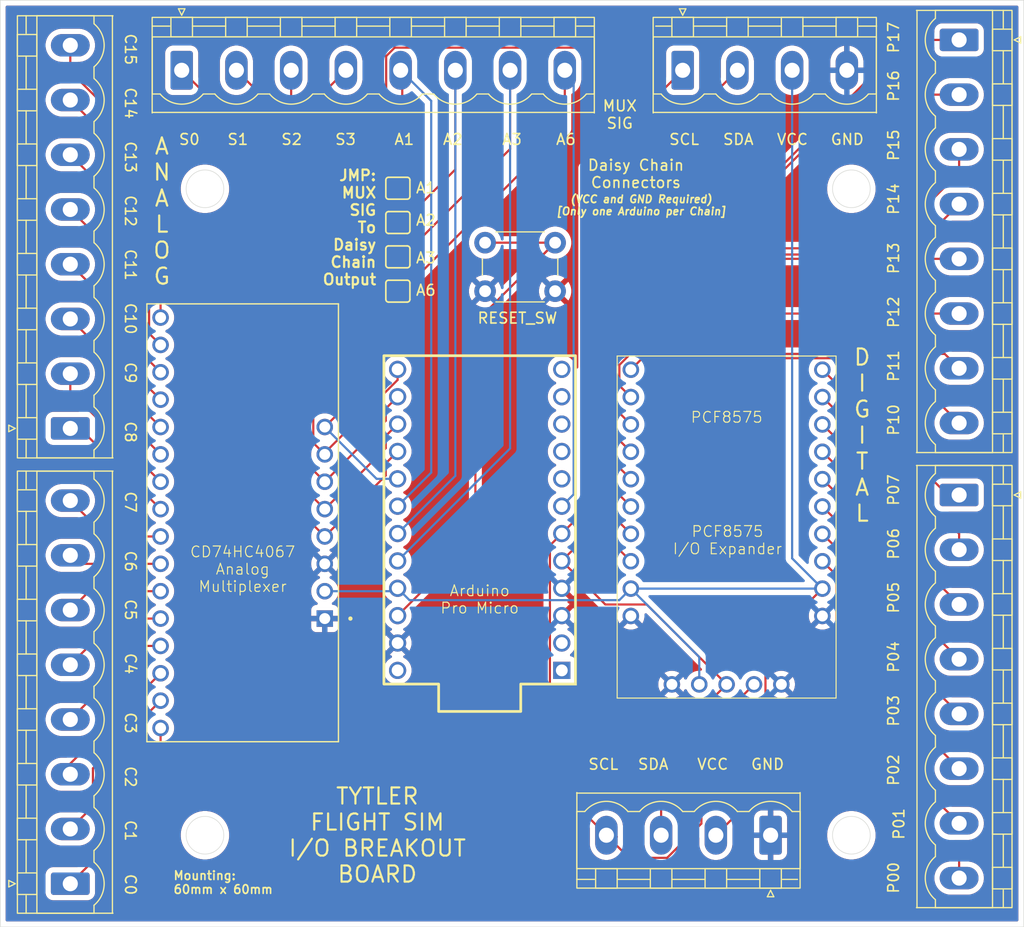
<source format=kicad_pcb>
(kicad_pcb (version 20241229) (generator "pcbnew") (generator_version "9.0")
  (layers (0 "F.Cu" signal) (2 "B.Cu" signal) (13 "F.Paste" user) (15 "B.Paste" user) (5 "F.SilkS" user "F.Silkscreen") (7 "B.SilkS" user "B.Silkscreen") (1 "F.Mask" user) (3 "B.Mask" user) (25 "Edge.Cuts" user))
  (net 0 "")
  (net 1 "Net-(J3-Pin_1)")
  (net 2 "A2")
  (net 3 "Net-(J5-Pin_3)")
  (net 5 "A6")
  (net 6 "Net-(J3-Pin_3)")
  (net 7 "Net-(J7-Pin_1)")
  (net 9 "Net-(J3-Pin_4)")
  (net 10 "A1")
  (net 11 "SDA")
  (net 14 "Net-(J3-Pin_2)")
  (net 15 "SCL")
  (net 17 "+5V")
  (net 19 "A3")
  (net 22 "GND")
  (net 23 "Net-(J2-Pin_5)")
  (net 24 "Net-(J2-Pin_1)")
  (net 25 "Net-(J1-Pin_6)")
  (net 26 "Net-(J2-Pin_8)")
  (net 27 "Net-(J1-Pin_7)")
  (net 28 "Net-(J1-Pin_2)")
  (net 29 "Net-(J2-Pin_3)")
  (net 30 "Net-(J1-Pin_4)")
  (net 31 "Net-(J2-Pin_2)")
  (net 32 "Net-(J2-Pin_6)")
  (net 33 "Net-(J2-Pin_7)")
  (net 34 "Net-(J2-Pin_4)")
  (net 35 "Net-(J1-Pin_5)")
  (net 36 "Net-(J1-Pin_1)")
  (net 37 "Net-(J1-Pin_8)")
  (net 38 "Net-(J5-Pin_7)")
  (net 39 "Net-(J5-Pin_1)")
  (net 40 "Net-(J5-Pin_2)")
  (net 41 "Net-(J5-Pin_8)")
  (net 42 "Net-(J5-Pin_5)")
  (net 43 "Net-(J5-Pin_6)")
  (net 44 "Net-(J5-Pin_4)")
  (net 45 "Net-(J6-Pin_1)")
  (net 46 "Net-(J6-Pin_8)")
  (net 47 "Net-(J6-Pin_7)")
  (net 48 "Net-(J6-Pin_4)")
  (net 49 "Net-(J6-Pin_3)")
  (net 50 "Net-(J6-Pin_6)")
  (net 51 "Net-(J6-Pin_2)")
  (net 52 "Net-(J6-Pin_5)")
  (net 53 "Net-(U1-RST)")
  (net 54 "Net-(J1-Pin_3)")
  (footprint "MyCustomSymbolLibrary:PCF8575_Breakout" (layer "F.Cu") (at 137.53 86.79)
    (property "Reference" "U3" (hide yes))
    (property "Value" "~")
    (fp_text user "PCF8575" (at 5.5 5 0) (layer "F.SilkS") (effects (font (thickness 0.1)) (justify left bottom)))
    (pad "G1" thru_hole circle (at 0 22.86) (size 1.53 1.53) (drill 1.02) (layers "*.Cu" "*.Mask") (net 22 "GND"))
    (pad "G2" thru_hole circle (at 3.81 29.21) (size 1.53 1.53) (drill 1.02) (layers "*.Cu" "*.Mask") (net 22 "GND"))
    (pad "G3" thru_hole circle (at 17.78 22.86) (size 1.53 1.53) (drill 1.02) (layers "*.Cu" "*.Mask") (net 22 "GND"))
    (pad "INT" thru_hole circle (at 13.97 29.21) (size 1.53 1.53) (drill 1.02) (layers "*.Cu" "*.Mask") (net 22 "GND"))
    (pad "P00" thru_hole circle (at 17.78 17.78) (size 1.53 1.53) (drill 1.02) (layers "*.Cu" "*.Mask") (net 46 "Net-(J6-Pin_8)"))
    (pad "P01" thru_hole circle (at 17.78 15.24) (size 1.53 1.53) (drill 1.02) (layers "*.Cu" "*.Mask") (net 47 "Net-(J6-Pin_7)"))
    (pad "P02" thru_hole circle (at 17.78 12.7) (size 1.53 1.53) (drill 1.02) (layers "*.Cu" "*.Mask") (net 50 "Net-(J6-Pin_6)"))
    (pad "P03" thru_hole circle (at 17.78 10.16) (size 1.53 1.53) (drill 1.02) (layers "*.Cu" "*.Mask") (net 52 "Net-(J6-Pin_5)"))
    (pad "P04" thru_hole circle (at 17.78 7.62) (size 1.53 1.53) (drill 1.02) (layers "*.Cu" "*.Mask") (net 48 "Net-(J6-Pin_4)"))
    (pad "P05" thru_hole circle (at 17.78 5.08) (size 1.53 1.53) (drill 1.02) (layers "*.Cu" "*.Mask") (net 49 "Net-(J6-Pin_3)"))
    (pad "P06" thru_hole circle (at 17.78 2.54) (size 1.53 1.53) (drill 1.02) (layers "*.Cu" "*.Mask") (net 51 "Net-(J6-Pin_2)"))
    (pad "P07" thru_hole circle (at 17.78 0) (size 1.53 1.53) (drill 1.02) (layers "*.Cu" "*.Mask") (net 45 "Net-(J6-Pin_1)"))
    (pad "P10" thru_hole circle (at 0 0) (size 1.53 1.53) (drill 1.02) (layers "*.Cu" "*.Mask") (net 41 "Net-(J5-Pin_8)"))
    (pad "P11" thru_hole circle (at 0 2.54) (size 1.53 1.53) (drill 1.02) (layers "*.Cu" "*.Mask") (net 38 "Net-(J5-Pin_7)"))
    (pad "P12" thru_hole circle (at 0 5.08) (size 1.53 1.53) (drill 1.02) (layers "*.Cu" "*.Mask") (net 43 "Net-(J5-Pin_6)"))
    (pad "P13" thru_hole circle (at 0 7.62) (size 1.53 1.53) (drill 1.02) (layers "*.Cu" "*.Mask") (net 42 "Net-(J5-Pin_5)"))
    (pad "P14" thru_hole circle (at 0 10.16) (size 1.53 1.53) (drill 1.02) (layers "*.Cu" "*.Mask") (net 44 "Net-(J5-Pin_4)"))
    (pad "P15" thru_hole circle (at 0 12.7) (size 1.53 1.53) (drill 1.02) (layers "*.Cu" "*.Mask") (net 3 "Net-(J5-Pin_3)"))
    (pad "P16" thru_hole circle (at 0 15.24) (size 1.53 1.53) (drill 1.02) (layers "*.Cu" "*.Mask") (net 40 "Net-(J5-Pin_2)"))
    (pad "P17" thru_hole circle (at 0 17.78) (size 1.53 1.53) (drill 1.02) (layers "*.Cu" "*.Mask") (net 39 "Net-(J5-Pin_1)"))
    (pad "SCL" thru_hole circle (at 11.43 29.21) (size 1.53 1.53) (drill 1.02) (layers "*.Cu" "*.Mask") (net 15 "SCL"))
    (pad "SDA" thru_hole circle (at 8.89 29.21) (size 1.53 1.53) (drill 1.02) (layers "*.Cu" "*.Mask") (net 11 "SDA"))
    (pad "VCC" thru_hole circle (at 6.35 29.21) (size 1.53 1.53) (drill 1.02) (layers "*.Cu" "*.Mask") (net 17 "+5V"))
    (pad "VD1" thru_hole circle (at 0 20.32) (size 1.53 1.53) (drill 1.02) (layers "*.Cu" "*.Mask") (net 17 "+5V"))
    (pad "VD2" thru_hole circle (at 17.78 20.32) (size 1.53 1.53) (drill 1.02) (layers "*.Cu" "*.Mask") (net 17 "+5V"))
  )
  (footprint "MyCustomSymbolLibrary:ScrewTerminal_2,5_8-G-5,08_1x08_P5.08mm_Vertical" (layer "F.Cu") (at 168 98.42 -90)
    (property "Reference" "J6" (hide yes))
    (property "Value" "Screw_Terminal_01x08")
    (pad "1" thru_hole roundrect (at 0 0 270) (size 2.08 3.6) (drill 1.4) (layers "*.Cu" "*.Mask") (roundrect_rratio 0.120192) (net 45 "Net-(J6-Pin_1)"))
    (pad "2" thru_hole oval (at 5.08 0 270) (size 2.08 3.6) (drill 1.4) (layers "*.Cu" "*.Mask") (net 51 "Net-(J6-Pin_2)"))
    (pad "3" thru_hole oval (at 10.16 0 270) (size 2.08 3.6) (drill 1.4) (layers "*.Cu" "*.Mask") (net 49 "Net-(J6-Pin_3)"))
    (pad "4" thru_hole oval (at 15.24 0 270) (size 2.08 3.6) (drill 1.4) (layers "*.Cu" "*.Mask") (net 48 "Net-(J6-Pin_4)"))
    (pad "5" thru_hole oval (at 20.32 0 270) (size 2.08 3.6) (drill 1.4) (layers "*.Cu" "*.Mask") (net 52 "Net-(J6-Pin_5)"))
    (pad "6" thru_hole oval (at 25.4 0 270) (size 2.08 3.6) (drill 1.4) (layers "*.Cu" "*.Mask") (net 50 "Net-(J6-Pin_6)"))
    (pad "7" thru_hole oval (at 30.48 0 270) (size 2.08 3.6) (drill 1.4) (layers "*.Cu" "*.Mask") (net 47 "Net-(J6-Pin_7)"))
    (pad "8" thru_hole oval (at 35.56 0 270) (size 2.08 3.6) (drill 1.4) (layers "*.Cu" "*.Mask") (net 46 "Net-(J6-Pin_8)"))
  )
  (footprint "BOB-09056:MODULE_BOB-09056" (layer "F.Cu") (at 101.5 101)
    (property "Reference" "U2" (hide yes))
    (property "Value" "BOB-09056" (hide yes))
    (pad "JP1-1" thru_hole circle (at -7.62 19.05) (size 1.53 1.53) (drill 1.02) (layers "*.Cu" "*.Mask") (net 36 "Net-(J1-Pin_1)"))
    (pad "JP1-2" thru_hole circle (at -7.62 16.51) (size 1.53 1.53) (drill 1.02) (layers "*.Cu" "*.Mask") (net 28 "Net-(J1-Pin_2)"))
    (pad "JP1-3" thru_hole circle (at -7.62 13.97) (size 1.53 1.53) (drill 1.02) (layers "*.Cu" "*.Mask") (net 54 "Net-(J1-Pin_3)"))
    (pad "JP1-4" thru_hole circle (at -7.62 11.43) (size 1.53 1.53) (drill 1.02) (layers "*.Cu" "*.Mask") (net 30 "Net-(J1-Pin_4)"))
    (pad "JP1-5" thru_hole circle (at -7.62 8.89) (size 1.53 1.53) (drill 1.02) (layers "*.Cu" "*.Mask") (net 35 "Net-(J1-Pin_5)"))
    (pad "JP1-6" thru_hole circle (at -7.62 6.35) (size 1.53 1.53) (drill 1.02) (layers "*.Cu" "*.Mask") (net 25 "Net-(J1-Pin_6)"))
    (pad "JP1-7" thru_hole circle (at -7.62 3.81) (size 1.53 1.53) (drill 1.02) (layers "*.Cu" "*.Mask") (net 27 "Net-(J1-Pin_7)"))
    (pad "JP1-8" thru_hole circle (at -7.62 1.27) (size 1.53 1.53) (drill 1.02) (layers "*.Cu" "*.Mask") (net 37 "Net-(J1-Pin_8)"))
    (pad "JP1-9" thru_hole circle (at -7.62 -1.27) (size 1.53 1.53) (drill 1.02) (layers "*.Cu" "*.Mask") (net 24 "Net-(J2-Pin_1)"))
    (pad "JP1-10" thru_hole circle (at -7.62 -3.81) (size 1.53 1.53) (drill 1.02) (layers "*.Cu" "*.Mask") (net 31 "Net-(J2-Pin_2)"))
    (pad "JP1-11" thru_hole circle (at -7.62 -6.35) (size 1.53 1.53) (drill 1.02) (layers "*.Cu" "*.Mask") (net 29 "Net-(J2-Pin_3)"))
    (pad "JP1-12" thru_hole circle (at -7.62 -8.89) (size 1.53 1.53) (drill 1.02) (layers "*.Cu" "*.Mask") (net 34 "Net-(J2-Pin_4)"))
    (pad "JP1-13" thru_hole circle (at -7.62 -11.43) (size 1.53 1.53) (drill 1.02) (layers "*.Cu" "*.Mask") (net 23 "Net-(J2-Pin_5)"))
    (pad "JP1-14" thru_hole circle (at -7.62 -13.97) (size 1.53 1.53) (drill 1.02) (layers "*.Cu" "*.Mask") (net 32 "Net-(J2-Pin_6)"))
    (pad "JP1-15" thru_hole circle (at -7.62 -16.51) (size 1.53 1.53) (drill 1.02) (layers "*.Cu" "*.Mask") (net 33 "Net-(J2-Pin_7)"))
    (pad "JP1-16" thru_hole circle (at -7.62 -19.05) (size 1.53 1.53) (drill 1.02) (layers "*.Cu" "*.Mask") (net 26 "Net-(J2-Pin_8)"))
    (pad "JP3-1" thru_hole rect (at 7.62 8.89) (size 1.53 1.53) (drill 1.02) (layers "*.Cu" "*.Mask") (net 22 "GND"))
    (pad "JP3-2" thru_hole circle (at 7.62 6.35) (size 1.53 1.53) (drill 1.02) (layers "*.Cu" "*.Mask") (net 17 "+5V"))
    (pad "JP3-3" thru_hole circle (at 7.62 3.81) (size 1.53 1.53) (drill 1.02) (layers "*.Cu" "*.Mask") (net 22 "GND"))
    (pad "JP3-4" thru_hole circle (at 7.62 1.27) (size 1.53 1.53) (drill 1.02) (layers "*.Cu" "*.Mask") (net 1 "Net-(J3-Pin_1)"))
    (pad "JP3-5" thru_hole circle (at 7.62 -1.27) (size 1.53 1.53) (drill 1.02) (layers "*.Cu" "*.Mask") (net 14 "Net-(J3-Pin_2)"))
    (pad "JP3-6" thru_hole circle (at 7.62 -3.81) (size 1.53 1.53) (drill 1.02) (layers "*.Cu" "*.Mask") (net 6 "Net-(J3-Pin_3)"))
    (pad "JP3-7" thru_hole circle (at 7.62 -6.35) (size 1.53 1.53) (drill 1.02) (layers "*.Cu" "*.Mask") (net 9 "Net-(J3-Pin_4)"))
    (pad "JP3-8" thru_hole circle (at 7.62 -8.89) (size 1.53 1.53) (drill 1.02) (layers "*.Cu" "*.Mask") (net 7 "Net-(J7-Pin_1)"))
  )
  (footprint "MyCustomSymbolLibrary:ScrewTerminal_2,5_8-G-5,08_1x08_P5.08mm_Vertical" (layer "F.Cu") (at 85.5 92.24 90)
    (property "Reference" "J2" (hide yes))
    (property "Value" "Screw_Terminal_01x08")
    (pad "1" thru_hole roundrect (at 0 0 90) (size 2.08 3.6) (drill 1.4) (layers "*.Cu" "*.Mask") (roundrect_rratio 0.120192) (net 24 "Net-(J2-Pin_1)"))
    (pad "2" thru_hole oval (at 5.08 0 90) (size 2.08 3.6) (drill 1.4) (layers "*.Cu" "*.Mask") (net 31 "Net-(J2-Pin_2)"))
    (pad "3" thru_hole oval (at 10.16 0 90) (size 2.08 3.6) (drill 1.4) (layers "*.Cu" "*.Mask") (net 29 "Net-(J2-Pin_3)"))
    (pad "4" thru_hole oval (at 15.24 0 90) (size 2.08 3.6) (drill 1.4) (layers "*.Cu" "*.Mask") (net 34 "Net-(J2-Pin_4)"))
    (pad "5" thru_hole oval (at 20.32 0 90) (size 2.08 3.6) (drill 1.4) (layers "*.Cu" "*.Mask") (net 23 "Net-(J2-Pin_5)"))
    (pad "6" thru_hole oval (at 25.4 0 90) (size 2.08 3.6) (drill 1.4) (layers "*.Cu" "*.Mask") (net 32 "Net-(J2-Pin_6)"))
    (pad "7" thru_hole oval (at 30.48 0 90) (size 2.08 3.6) (drill 1.4) (layers "*.Cu" "*.Mask") (net 33 "Net-(J2-Pin_7)"))
    (pad "8" thru_hole oval (at 35.56 0 90) (size 2.08 3.6) (drill 1.4) (layers "*.Cu" "*.Mask") (net 26 "Net-(J2-Pin_8)"))
  )
  (footprint "MyCustomSymbolLibrary:ScrewTerminal_2,5_8-G-5,08_1x08_P5.08mm_Vertical" (layer "F.Cu") (at 168 56.18 -90)
    (property "Reference" "J5" (hide yes))
    (property "Value" "Screw_Terminal_01x08")
    (pad "1" thru_hole roundrect (at 0 0 270) (size 2.08 3.6) (drill 1.4) (layers "*.Cu" "*.Mask") (roundrect_rratio 0.120192) (net 39 "Net-(J5-Pin_1)"))
    (pad "2" thru_hole oval (at 5.08 0 270) (size 2.08 3.6) (drill 1.4) (layers "*.Cu" "*.Mask") (net 40 "Net-(J5-Pin_2)"))
    (pad "3" thru_hole oval (at 10.16 0 270) (size 2.08 3.6) (drill 1.4) (layers "*.Cu" "*.Mask") (net 3 "Net-(J5-Pin_3)"))
    (pad "4" thru_hole oval (at 15.24 0 270) (size 2.08 3.6) (drill 1.4) (layers "*.Cu" "*.Mask") (net 44 "Net-(J5-Pin_4)"))
    (pad "5" thru_hole oval (at 20.32 0 270) (size 2.08 3.6) (drill 1.4) (layers "*.Cu" "*.Mask") (net 42 "Net-(J5-Pin_5)"))
    (pad "6" thru_hole oval (at 25.4 0 270) (size 2.08 3.6) (drill 1.4) (layers "*.Cu" "*.Mask") (net 43 "Net-(J5-Pin_6)"))
    (pad "7" thru_hole oval (at 30.48 0 270) (size 2.08 3.6) (drill 1.4) (layers "*.Cu" "*.Mask") (net 38 "Net-(J5-Pin_7)"))
    (pad "8" thru_hole oval (at 35.56 0 270) (size 2.08 3.6) (drill 1.4) (layers "*.Cu" "*.Mask") (net 41 "Net-(J5-Pin_8)"))
  )
  (footprint "Connector_Wire:SolderWirePad_1x01_SMD_2x4mm" (layer "F.Cu") (at 137 58.5)
    (property "Reference" "J7" (hide yes))
    (property "Value" "Multiplex_Out")
    (pad "1" smd roundrect (at 0 0) (size 2 4) (layers "F.Cu" "F.Mask") (net 7 "Net-(J7-Pin_1)"))
  )
  (footprint "PCM_SparkFun-Jumper:Jumper_2_NO" (layer "F.Cu") (at 115.9064 69.9468)
    (property "Reference" "JP1")
    (property "Value" "~")
    (pad "1" smd rect (at -0.4064 0) (size 0.635 1.27) (layers "F.Cu" "F.Mask") (net 7 "Net-(J7-Pin_1)"))
    (pad "2" smd rect (at 0.4064 0) (size 0.635 1.27) (layers "F.Cu" "F.Mask") (net 10 "A1"))
  )
  (footprint "promicro:ProMicro-NoSilk" (layer "F.Cu") (at 123.5 100.73 90)
    (property "Reference" "U1" (hide yes))
    (property "Value" "ProMicro")
    (pad "1" thru_hole rect (at -13.97 7.62 90) (size 1.6 1.6) (drill 1.1) (layers "*.Cu" "*.Mask"))
    (pad "2" thru_hole circle (at -11.43 7.62 90) (size 1.6 1.6) (drill 1.1) (layers "*.Cu" "*.Mask"))
    (pad "3" thru_hole circle (at -8.89 7.62 90) (size 1.6 1.6) (drill 1.1) (layers "*.Cu" "*.Mask") (net 22 "GND"))
    (pad "4" thru_hole circle (at -6.35 7.62 90) (size 1.6 1.6) (drill 1.1) (layers "*.Cu" "*.Mask") (net 22 "GND"))
    (pad "5" thru_hole circle (at -3.81 7.62 90) (size 1.6 1.6) (drill 1.1) (layers "*.Cu" "*.Mask") (net 11 "SDA"))
    (pad "6" thru_hole circle (at -1.27 7.62 90) (size 1.6 1.6) (drill 1.1) (layers "*.Cu" "*.Mask") (net 15 "SCL"))
    (pad "7" thru_hole circle (at 1.27 7.62 90) (size 1.6 1.6) (drill 1.1) (layers "*.Cu" "*.Mask") (net 5 "A6"))
    (pad "8" thru_hole circle (at 3.81 7.62 90) (size 1.6 1.6) (drill 1.1) (layers "*.Cu" "*.Mask"))
    (pad "9" thru_hole circle (at 6.35 7.62 90) (size 1.6 1.6) (drill 1.1) (layers "*.Cu" "*.Mask"))
    (pad "10" thru_hole circle (at 8.89 7.62 90) (size 1.6 1.6) (drill 1.1) (layers "*.Cu" "*.Mask"))
    (pad "11" thru_hole circle (at 11.43 7.62 90) (size 1.6 1.6) (drill 1.1) (layers "*.Cu" "*.Mask"))
    (pad "12" thru_hole circle (at 13.97 7.62 90) (size 1.6 1.6) (drill 1.1) (layers "*.Cu" "*.Mask"))
    (pad "13" thru_hole circle (at 13.97 -7.62 90) (size 1.6 1.6) (drill 1.1) (layers "*.Cu" "*.Mask") (net 9 "Net-(J3-Pin_4)"))
    (pad "14" thru_hole circle (at 11.43 -7.62 90) (size 1.6 1.6) (drill 1.1) (layers "*.Cu" "*.Mask") (net 6 "Net-(J3-Pin_3)"))
    (pad "15" thru_hole circle (at 8.89 -7.62 90) (size 1.6 1.6) (drill 1.1) (layers "*.Cu" "*.Mask") (net 14 "Net-(J3-Pin_2)"))
    (pad "16" thru_hole circle (at 6.35 -7.62 90) (size 1.6 1.6) (drill 1.1) (layers "*.Cu" "*.Mask") (net 1 "Net-(J3-Pin_1)"))
    (pad "17" thru_hole circle (at 3.81 -7.62 90) (size 1.6 1.6) (drill 1.1) (layers "*.Cu" "*.Mask") (net 7 "Net-(J7-Pin_1)"))
    (pad "18" thru_hole circle (at 1.27 -7.62 90) (size 1.6 1.6) (drill 1.1) (layers "*.Cu" "*.Mask") (net 10 "A1"))
    (pad "19" thru_hole circle (at -1.27 -7.62 90) (size 1.6 1.6) (drill 1.1) (layers "*.Cu" "*.Mask") (net 2 "A2"))
    (pad "20" thru_hole circle (at -3.81 -7.62 90) (size 1.6 1.6) (drill 1.1) (layers "*.Cu" "*.Mask") (net 19 "A3"))
    (pad "21" thru_hole circle (at -6.35 -7.62 90) (size 1.6 1.6) (drill 1.1) (layers "*.Cu" "*.Mask") (net 17 "+5V"))
    (pad "22" thru_hole circle (at -8.89 -7.62 90) (size 1.6 1.6) (drill 1.1) (layers "*.Cu" "*.Mask") (net 53 "Net-(U1-RST)"))
    (pad "23" thru_hole circle (at -11.43 -7.62 90) (size 1.6 1.6) (drill 1.1) (layers "*.Cu" "*.Mask") (net 22 "GND"))
    (pad "24" thru_hole circle (at -13.97 -7.62 90) (size 1.6 1.6) (drill 1.1) (layers "*.Cu" "*.Mask"))
  )
  (footprint "MyCustomSymbolLibrary:ScrewTerminal_2,5_4-G-5,08_1x04_P5.08mm_Vertical" (layer "F.Cu") (at 142.34 59)
    (property "Reference" "J4" (hide yes))
    (property "Value" "PCF_Upper_Daisy_Chain_Terminal")
    (pad "1" thru_hole roundrect (at 0 0) (size 2.08 3.6) (drill 1.4) (layers "*.Cu" "*.Mask") (roundrect_rratio 0.120192) (net 15 "SCL"))
    (pad "2" thru_hole oval (at 5.08 0) (size 2.08 3.6) (drill 1.4) (layers "*.Cu" "*.Mask") (net 11 "SDA"))
    (pad "3" thru_hole oval (at 10.16 0) (size 2.08 3.6) (drill 1.4) (layers "*.Cu" "*.Mask") (net 17 "+5V"))
    (pad "4" thru_hole oval (at 15.24 0) (size 2.08 3.6) (drill 1.4) (layers "*.Cu" "*.Mask") (net 22 "GND"))
  )
  (footprint "PCM_SparkFun-Jumper:Jumper_2_NO" (layer "F.Cu") (at 115.9064 76.3156)
    (property "Reference" "JP3")
    (property "Value" "~")
    (pad "1" smd rect (at -0.4064 0) (size 0.635 1.27) (layers "F.Cu" "F.Mask") (net 7 "Net-(J7-Pin_1)"))
    (pad "2" smd rect (at 0.4064 0) (size 0.635 1.27) (layers "F.Cu" "F.Mask") (net 19 "A3"))
  )
  (footprint "MyCustomSymbolLibrary:ScrewTerminal_2,5_8-G-5,08_1x08_P5.08mm_Vertical" (layer "F.Cu") (at 95.84 59)
    (property "Reference" "J3" (hide yes))
    (property "Value" "Multiplexer_Daisy_Chain_Terminal")
    (pad "1" thru_hole roundrect (at 0 0) (size 2.08 3.6) (drill 1.4) (layers "*.Cu" "*.Mask") (roundrect_rratio 0.120192) (net 1 "Net-(J3-Pin_1)"))
    (pad "2" thru_hole oval (at 5.08 0) (size 2.08 3.6) (drill 1.4) (layers "*.Cu" "*.Mask") (net 14 "Net-(J3-Pin_2)"))
    (pad "3" thru_hole oval (at 10.16 0) (size 2.08 3.6) (drill 1.4) (layers "*.Cu" "*.Mask") (net 6 "Net-(J3-Pin_3)"))
    (pad "4" thru_hole oval (at 15.24 0) (size 2.08 3.6) (drill 1.4) (layers "*.Cu" "*.Mask") (net 9 "Net-(J3-Pin_4)"))
    (pad "5" thru_hole oval (at 20.32 0) (size 2.08 3.6) (drill 1.4) (layers "*.Cu" "*.Mask") (net 10 "A1"))
    (pad "6" thru_hole oval (at 25.4 0) (size 2.08 3.6) (drill 1.4) (layers "*.Cu" "*.Mask") (net 2 "A2"))
    (pad "7" thru_hole oval (at 30.48 0) (size 2.08 3.6) (drill 1.4) (layers "*.Cu" "*.Mask") (net 19 "A3"))
    (pad "8" thru_hole oval (at 35.56 0) (size 2.08 3.6) (drill 1.4) (layers "*.Cu" "*.Mask") (net 5 "A6"))
  )
  (footprint "Button_Switch_THT:SW_PUSH_6mm_H5mm" (layer "F.Cu") (at 124 75)
    (property "Reference" "RESET_SW" (at 3 7 0) (layer "F.SilkS"))
    (property "Value" "RESET_Btn")
    (pad "1" thru_hole circle (at 0 0 90) (size 2 2) (drill 1.1) (layers "*.Cu" "*.Mask") (net 53 "Net-(U1-RST)"))
    (pad "1" thru_hole circle (at 6.5 0 90) (size 2 2) (drill 1.1) (layers "*.Cu" "*.Mask") (net 53 "Net-(U1-RST)"))
    (pad "2" thru_hole circle (at 0 4.5 90) (size 2 2) (drill 1.1) (layers "*.Cu" "*.Mask") (net 22 "GND"))
    (pad "2" thru_hole circle (at 6.5 4.5 90) (size 2 2) (drill 1.1) (layers "*.Cu" "*.Mask") (net 22 "GND"))
  )
  (footprint "PCM_SparkFun-Jumper:Jumper_2_NO" (layer "F.Cu") (at 115.9064 79.5)
    (property "Reference" "JP4")
    (property "Value" "~")
    (pad "1" smd rect (at -0.4064 0) (size 0.635 1.27) (layers "F.Cu" "F.Mask") (net 7 "Net-(J7-Pin_1)"))
    (pad "2" smd rect (at 0.4064 0) (size 0.635 1.27) (layers "F.Cu" "F.Mask") (net 5 "A6"))
  )
  (footprint "MyCustomSymbolLibrary:ScrewTerminal_2,5_8-G-5,08_1x08_P5.08mm_Vertical" (layer "F.Cu") (at 85.5 134.5 90)
    (property "Reference" "J1" (hide yes))
    (property "Value" "Screw_Terminal_01x08")
    (pad "1" thru_hole roundrect (at 0 0 90) (size 2.08 3.6) (drill 1.4) (layers "*.Cu" "*.Mask") (roundrect_rratio 0.120192) (net 36 "Net-(J1-Pin_1)"))
    (pad "2" thru_hole oval (at 5.08 0 90) (size 2.08 3.6) (drill 1.4) (layers "*.Cu" "*.Mask") (net 28 "Net-(J1-Pin_2)"))
    (pad "3" thru_hole oval (at 10.16 0 90) (size 2.08 3.6) (drill 1.4) (layers "*.Cu" "*.Mask") (net 54 "Net-(J1-Pin_3)"))
    (pad "4" thru_hole oval (at 15.24 0 90) (size 2.08 3.6) (drill 1.4) (layers "*.Cu" "*.Mask") (net 30 "Net-(J1-Pin_4)"))
    (pad "5" thru_hole oval (at 20.32 0 90) (size 2.08 3.6) (drill 1.4) (layers "*.Cu" "*.Mask") (net 35 "Net-(J1-Pin_5)"))
    (pad "6" thru_hole oval (at 25.4 0 90) (size 2.08 3.6) (drill 1.4) (layers "*.Cu" "*.Mask") (net 25 "Net-(J1-Pin_6)"))
    (pad "7" thru_hole oval (at 30.48 0 90) (size 2.08 3.6) (drill 1.4) (layers "*.Cu" "*.Mask") (net 27 "Net-(J1-Pin_7)"))
    (pad "8" thru_hole oval (at 35.56 0 90) (size 2.08 3.6) (drill 1.4) (layers "*.Cu" "*.Mask") (net 37 "Net-(J1-Pin_8)"))
  )
  (footprint "PCM_SparkFun-Jumper:Jumper_2_NO" (layer "F.Cu") (at 115.9064 73.1312)
    (property "Reference" "JP2")
    (property "Value" "~")
    (pad "1" smd rect (at -0.4064 0) (size 0.635 1.27) (layers "F.Cu" "F.Mask") (net 7 "Net-(J7-Pin_1)"))
    (pad "2" smd rect (at 0.4064 0) (size 0.635 1.27) (layers "F.Cu" "F.Mask") (net 2 "A2"))
  )
  (footprint "MyCustomSymbolLibrary:ScrewTerminal_2,5_4-G-5,08_1x04_P5.08mm_Vertical" (layer "F.Cu") (at 150.5 130 180)
    (property "Reference" "J8" (hide yes))
    (property "Value" "PCF_Lower_Daisy_Chain_Terminal")
    (pad "1" thru_hole roundrect (at 0 0 180) (size 2.08 3.6) (drill 1.4) (layers "*.Cu" "*.Mask") (roundrect_rratio 0.120192) (net 22 "GND"))
    (pad "2" thru_hole oval (at 5.08 0 180) (size 2.08 3.6) (drill 1.4) (layers "*.Cu" "*.Mask") (net 17 "+5V"))
    (pad "3" thru_hole oval (at 10.16 0 180) (size 2.08 3.6) (drill 1.4) (layers "*.Cu" "*.Mask") (net 11 "SDA"))
    (pad "4" thru_hole oval (at 15.24 0 180) (size 2.08 3.6) (drill 1.4) (layers "*.Cu" "*.Mask") (net 15 "SCL"))
  )
  (gr_circle (center 158 130) (end 159.75 130) (stroke (width 0.05)) (fill no) (layer "Edge.Cuts"))
  (gr_circle (center 98 70) (end 99.75 70) (stroke (width 0.05)) (fill no) (layer "Edge.Cuts"))
  (gr_circle (center 98 130) (end 99.75 130) (stroke (width 0.05)) (fill no) (layer "Edge.Cuts"))
  (gr_circle (center 158 70) (end 159.75 70) (stroke (width 0.05)) (fill no) (layer "Edge.Cuts"))
  (gr_rect (start 79 52.5) (end 174 138.5) (stroke (width 0.05)) (fill no) (layer "Edge.Cuts"))
  (gr_text "Mounting:\n60mm x 60mm" (at 95 135.5 0) (layer "F.SilkS") (effects (font (size 0.8 0.8)) (justify left bottom)))
  (gr_text "P05" (at 162.5 109.5 90) (layer "F.SilkS") (effects (font (size 1 1)) (justify left bottom)))
  (gr_text "SCL" (at 133.5 124 0) (layer "F.SilkS") (effects (font (size 1 1)) (justify left bottom)))
  (gr_text "C2" (at 90.5 123.5 270) (layer "F.SilkS") (effects (font (size 1 1)) (justify left bottom)))
  (gr_text "C11" (at 90.5 75.5 270) (layer "F.SilkS") (effects (font (size 1 1)) (justify left bottom)))
  (gr_text "PCF8575\nI/O Expander" (at 146.5 104 0) (layer "F.SilkS") (effects (font (size 1 1) (thickness 0.1)) (justify bottom)))
  (gr_text "C1" (at 90.5 128.5 270) (layer "F.SilkS") (effects (font (size 1 1)) (justify left bottom)))
  (gr_text "Daisy Chain\nConnectors" (at 138 70 0) (layer "F.SilkS") (effects (font (size 1 1)) (justify bottom)))
  (gr_text "C6" (at 90.5 103.5 270) (layer "F.SilkS") (effects (font (size 1 1)) (justify left bottom)))
  (gr_text "VCC" (at 143.600873 124 0) (layer "F.SilkS") (effects (font (size 1 1)) (justify left bottom)))
  (gr_text "C3" (at 90.5 118.5 270) (layer "F.SilkS") (effects (font (size 1 1)) (justify left bottom)))
  (gr_text "S1" (at 100 66 0) (layer "F.SilkS") (effects (font (size 1 1)) (justify left bottom)))
  (gr_text "SCL" (at 141 66 0) (layer "F.SilkS") (effects (font (size 1 1)) (justify left bottom)))
  (gr_text "A6" (at 130.5 66 0) (layer "F.SilkS") (effects (font (size 1 1)) (justify left bottom)))
  (gr_text "S0" (at 95.5 66 0) (layer "F.SilkS") (effects (font (size 1 1)) (justify left bottom)))
  (gr_text "A1" (at 117.5 70.5 0) (layer "F.SilkS") (effects (font (size 1 1)) (justify left bottom)))
  (gr_text "C4" (at 90.5 113 270) (layer "F.SilkS") (effects (font (size 1 1)) (justify left bottom)))
  (gr_text "C10" (at 90.5 80.5 270) (layer "F.SilkS") (effects (font (size 1 1)) (justify left bottom)))
  (gr_text "P14" (at 162.5 72.5 90) (layer "F.SilkS") (effects (font (size 1 1)) (justify left bottom)))
  (gr_text "P03" (at 162.5 120 90) (layer "F.SilkS") (effects (font (size 1 1)) (justify left bottom)))
  (gr_text "C13" (at 90.5 65.5 270) (layer "F.SilkS") (effects (font (size 1 1)) (justify left bottom)))
  (gr_text "C5" (at 90.5 108 270) (layer "F.SilkS") (effects (font (size 1 1)) (justify left bottom)))
  (gr_text "A2" (at 117.5 73.5 0) (layer "F.SilkS") (effects (font (size 1 1)) (justify left bottom)))
  (gr_text "P07" (at 162.5 99.5 90) (layer "F.SilkS") (effects (font (size 1 1)) (justify left bottom)))
  (gr_text "C8" (at 90.5 91.5 270) (layer "F.SilkS") (effects (font (size 1 1)) (justify left bottom)))
  (gr_text "CD74HC4067\nAnalog\nMultiplexer" (at 101.5 107.5 0) (layer "F.SilkS") (effects (font (size 1 1) (thickness 0.1)) (justify bottom)))
  (gr_text "S3" (at 110 66 0) (layer "F.SilkS") (effects (font (size 1 1)) (justify left bottom)))
  (gr_text "C14" (at 90.5 60.5 270) (layer "F.SilkS") (effects (font (size 1 1)) (justify left bottom)))
  (gr_text "A3" (at 125.5 66 0) (layer "F.SilkS") (effects (font (size 1 1)) (justify left bottom)))
  (gr_text "VCC" (at 151 66 0) (layer "F.SilkS") (effects (font (size 1 1)) (justify left bottom)))
  (gr_text "C15" (at 90.5 55.5 270) (layer "F.SilkS") (effects (font (size 1 1)) (justify left bottom)))
  (gr_text "GND" (at 148.600873 124 0) (layer "F.SilkS") (effects (font (size 1 1)) (justify left bottom)))
  (gr_text "SDA" (at 146 66 0) (layer "F.SilkS") (effects (font (size 1 1)) (justify left bottom)))
  (gr_text "P10" (at 162.5 93 90) (layer "F.SilkS") (effects (font (size 1 1)) (justify left bottom)))
  (gr_text "P17" (at 162.5 57.5 90) (layer "F.SilkS") (effects (font (size 1 1)) (justify left bottom)))
  (gr_text "P15" (at 162.5 67.5 90) (layer "F.SilkS") (effects (font (size 1 1)) (justify left bottom)))
  (gr_text "MUX\nSIG" (at 136.5 64.5 0) (layer "F.SilkS") (effects (font (size 1 1)) (justify bottom)))
  (gr_text "Arduino\nPro Micro" (at 123.5 109.5 0) (layer "F.SilkS") (effects (font (size 1 1) (thickness 0.1)) (justify bottom)))
  (gr_text "C0" (at 90.5 133.5 270) (layer "F.SilkS") (effects (font (size 1 1)) (justify left bottom)))
  (gr_text "SDA" (at 138.100873 124 0) (layer "F.SilkS") (effects (font (size 1 1)) (justify left bottom)))
  (gr_text "D\nI\nG\nI\nT\nA\nL" (at 159 101 0) (layer "F.SilkS") (effects (font (size 1.5 1.5) (thickness 0.2) (bold yes)) (justify bottom)))
  (gr_text "A6" (at 117.5 80 0) (layer "F.SilkS") (effects (font (size 1 1)) (justify left bottom)))
  (gr_text "C12" (at 90.5 70.5 270) (layer "F.SilkS") (effects (font (size 1 1)) (justify left bottom)))
  (gr_text "P11" (at 162.5 88 90) (layer "F.SilkS") (effects (font (size 1 1)) (justify left bottom)))
  (gr_text "A2" (at 120 66 0) (layer "F.SilkS") (effects (font (size 1 1)) (justify left bottom)))
  (gr_text "C7" (at 90.5 98 270) (layer "F.SilkS") (effects (font (size 1 1)) (justify left bottom)))
  (gr_text "P01" (at 163 130.5 90) (layer "F.SilkS") (effects (font (size 1 1)) (justify left bottom)))
  (gr_text "TYTLER\nFLIGHT SIM\nI/O BREAKOUT\nBOARD" (at 114 134.5 0) (layer "F.SilkS") (effects (font (size 1.5 1.5) (thickness 0.2) (bold yes)) (justify bottom)))
  (gr_text "C9" (at 90.5 86 270) (layer "F.SilkS") (effects (font (size 1 1)) (justify left bottom)))
  (gr_text "P13" (at 162.5 78 90) (layer "F.SilkS") (effects (font (size 1 1)) (justify left bottom)))
  (gr_text "P00" (at 162.5 135.5 90) (layer "F.SilkS") (effects (font (size 1 1)) (justify left bottom)))
  (gr_text "A\nN\nA\nL\nO\nG" (at 94 79 0) (layer "F.SilkS") (effects (font (size 1.5 1.5) (thickness 0.2) (bold yes)) (justify bottom)))
  (gr_text "P12" (at 162.5 83 90) (layer "F.SilkS") (effects (font (size 1 1)) (justify left bottom)))
  (gr_text "(VCC and GND Required)\n[Only one Arduino per Chain]" (at 138.5 72.5 0) (layer "F.SilkS") (effects (font (size 0.7 0.7) (thickness 0.15) (italic yes)) (justify bottom)))
  (gr_text "A3" (at 117.5 77 0) (layer "F.SilkS") (effects (font (size 1 1)) (justify left bottom)))
  (gr_text "S2" (at 105 66 0) (layer "F.SilkS") (effects (font (size 1 1)) (justify left bottom)))
  (gr_text "JMP:\nMUX\nSIG\nTo\nDaisy\nChain\nOutput" (at 114 79 0) (layer "F.SilkS") (effects (font (size 1 1) (thickness 0.2) (bold yes)) (justify right bottom)))
  (gr_text "P16" (at 162.5 62 90) (layer "F.SilkS") (effects (font (size 1 1)) (justify left bottom)))
  (gr_text "P02" (at 162.5 125.5 90) (layer "F.SilkS") (effects (font (size 1 1)) (justify left bottom)))
  (gr_text "GND" (at 156 66 0) (layer "F.SilkS") (effects (font (size 1 1)) (justify left bottom)))
  (gr_text "P04" (at 162.5 115 90) (layer "F.SilkS") (effects (font (size 1 1)) (justify left bottom)))
  (gr_text "A1" (at 115.5 66 0) (layer "F.SilkS") (effects (font (size 1 1)) (justify left bottom)))
  (gr_text "P06" (at 162.5 104.5 90) (layer "F.SilkS") (effects (font (size 1 1)) (justify left bottom)))
  (segment (start 105.198 98.348) (end 109.12 102.27) (width 0.2) (layer "F.Cu") (net 1))
  (segment (start 109.12 102.27) (end 114.779 96.611) (width 0.2) (layer "F.Cu") (net 1))
  (segment (start 114.779 95.481) (end 115.88 94.38) (width 0.2) (layer "F.Cu") (net 1))
  (segment (start 114.779 96.611) (end 114.779 95.481) (width 0.2) (layer "F.Cu") (net 1))
  (segment (start 105.198 68.358) (end 105.198 98.348) (width 0.2) (layer "F.Cu") (net 1))
  (segment (start 95.84 59) (end 105.198 68.358) (width 0.2) (layer "F.Cu") (net 1))
  (segment (start 121.24 68.204) (end 121.24 59) (width 0.2) (layer "F.Cu") (net 2))
  (segment (start 116.3128 73.1312) (end 121.24 68.204) (width 0.2) (layer "F.Cu") (net 2))
  (segment (start 121.24 96.64) (end 115.88 102) (width 0.2) (layer "B.Cu") (net 2))
  (segment (start 121.24 59) (end 121.24 96.64) (width 0.2) (layer "B.Cu") (net 2))
  (segment (start 160.977976 75.522024) (end 145.022024 75.522024) (width 0.2) (layer "F.Cu") (net 3))
  (segment (start 168 68.5) (end 160.977976 75.522024) (width 0.2) (layer "F.Cu") (net 3))
  (segment (start 145.022024 75.522024) (end 134.86 85.684048) (width 0.2) (layer "F.Cu") (net 3))
  (segment (start 168 66.34) (end 168 68.5) (width 0.2) (layer "F.Cu") (net 3))
  (segment (start 134.86 85.684048) (end 134.86 96.82) (width 0.2) (layer "F.Cu") (net 3))
  (segment (start 134.86 96.82) (end 137.53 99.49) (width 0.2) (layer "F.Cu") (net 3))
  (segment (start 116.3128 79.5) (end 131.4 64.4128) (width 0.2) (layer "F.Cu") (net 5))
  (segment (start 131.4 64.4128) (end 131.4 59) (width 0.2) (layer "F.Cu") (net 5))
  (segment (start 132.221 59.821) (end 132.221 98.359) (width 0.2) (layer "B.Cu") (net 5))
  (segment (start 132.221 98.359) (end 131.12 99.46) (width 0.2) (layer "B.Cu") (net 5))
  (segment (start 131.4 59) (end 132.221 59.821) (width 0.2) (layer "B.Cu") (net 5))
  (segment (start 114.779 90.401) (end 114.779 91.531) (width 0.2) (layer "F.Cu") (net 6))
  (segment (start 106 59) (end 106 94.07) (width 0.2) (layer "F.Cu") (net 6))
  (segment (start 106 94.07) (end 109.12 97.19) (width 0.2) (layer "F.Cu") (net 6))
  (segment (start 114.779 91.531) (end 109.12 97.19) (width 0.2) (layer "F.Cu") (net 6))
  (segment (start 115.88 89.3) (end 114.779 90.401) (width 0.2) (layer "F.Cu") (net 6))
  (segment (start 115.5 76.3156) (end 115.5 79.5) (width 0.2) (layer "F.Cu") (net 7))
  (segment (start 115.5 69.9468) (end 114.819 69.2658) (width 0.2) (layer "F.Cu") (net 7))
  (segment (start 115.60454 56.899) (end 135.399 56.899) (width 0.2) (layer "F.Cu") (net 7))
  (segment (start 135.399 56.899) (end 137 58.5) (width 0.2) (layer "F.Cu") (net 7))
  (segment (start 115.5 73.1312) (end 115.5 76.3156) (width 0.2) (layer "F.Cu") (net 7))
  (segment (start 114.819 69.2658) (end 114.819 57.68454) (width 0.2) (layer "F.Cu") (net 7))
  (segment (start 114.819 57.68454) (end 115.60454 56.899) (width 0.2) (layer "F.Cu") (net 7))
  (segment (start 115.5 79.5) (end 115.5 82) (width 0.2) (layer "F.Cu") (net 7))
  (segment (start 115.5 69.9468) (end 115.5 73.1312) (width 0.2) (layer "F.Cu") (net 7))
  (segment (start 115.5 82) (end 112.5 85) (width 0.2) (layer "F.Cu") (net 7))
  (segment (start 112.5 88.73) (end 112.5 85) (width 0.2) (layer "F.Cu") (net 7))
  (segment (start 109.12 92.11) (end 112.5 88.73) (width 0.2) (layer "F.Cu") (net 7))
  (segment (start 115.88 96.92) (end 113.93 96.92) (width 0.2) (layer "B.Cu") (net 7))
  (segment (start 113.93 96.92) (end 109.12 92.11) (width 0.2) (layer "B.Cu") (net 7))
  (segment (start 109.12 94.50295) (end 115.88 87.74295) (width 0.2) (layer "F.Cu") (net 9))
  (segment (start 109.12 94.65) (end 109.12 94.50295) (width 0.2) (layer "F.Cu") (net 9))
  (segment (start 111.08 59) (end 108.054 62.026) (width 0.2) (layer "F.Cu") (net 9))
  (segment (start 115.88 87.74295) (end 115.88 86.76) (width 0.2) (layer "F.Cu") (net 9))
  (segment (start 108.054 93.584) (end 109.12 94.65) (width 0.2) (layer "F.Cu") (net 9))
  (segment (start 108.054 62.026) (end 108.054 93.584) (width 0.2) (layer "F.Cu") (net 9))
  (segment (start 116.3128 59.1528) (end 116.16 59) (width 0.2) (layer "F.Cu") (net 10))
  (segment (start 116.3128 69.9468) (end 116.3128 59.1528) (width 0.2) (layer "F.Cu") (net 10))
  (segment (start 119 61.84) (end 119 96.34) (width 0.2) (layer "B.Cu") (net 10))
  (segment (start 119 96.34) (end 115.88 99.46) (width 0.2) (layer "B.Cu") (net 10))
  (segment (start 116.16 59) (end 119 61.84) (width 0.2) (layer "B.Cu") (net 10))
  (segment (start 140.34 130) (end 140.34 122.08) (width 0.2) (layer "F.Cu") (net 11))
  (segment (start 135.164 108.584) (end 131.12 104.54) (width 0.2) (layer "F.Cu") (net 11))
  (segment (start 146.42 116) (end 139.004 108.584) (width 0.2) (layer "F.Cu") (net 11))
  (segment (start 139.004 108.584) (end 135.164 108.584) (width 0.2) (layer "F.Cu") (net 11))
  (segment (start 131.12 104.54) (end 133.657 102.003) (width 0.2) (layer "F.Cu") (net 11))
  (segment (start 133.657 102.003) (end 133.657 72.763) (width 0.2) (layer "F.Cu") (net 11))
  (segment (start 140.34 122.08) (end 146.42 116) (width 0.2) (layer "F.Cu") (net 11))
  (segment (start 133.657 72.763) (end 147.42 59) (width 0.2) (layer "F.Cu") (net 11))
  (segment (start 114.779 92.941) (end 115.88 91.84) (width 0.2) (layer "F.Cu") (net 14))
  (segment (start 100.92 59) (end 105.599 63.679) (width 0.2) (layer "F.Cu") (net 14))
  (segment (start 114.779 94.071) (end 114.779 92.941) (width 0.2) (layer "F.Cu") (net 14))
  (segment (start 105.599 63.679) (end 105.599 96.209) (width 0.2) (layer "F.Cu") (net 14))
  (segment (start 105.599 96.209) (end 109.12 99.73) (width 0.2) (layer "F.Cu") (net 14))
  (segment (start 109.12 99.73) (end 114.779 94.071) (width 0.2) (layer "F.Cu") (net 14))
  (segment (start 140.89546 132.101) (end 144.079 128.91746) (width 0.2) (layer "F.Cu") (net 15))
  (segment (start 135.26 130) (end 130.019 124.759) (width 0.2) (layer "F.Cu") (net 15))
  (segment (start 136.069127 129.989) (end 136.229127 130.149) (width 0.2) (layer "F.Cu") (net 15))
  (segment (start 131.12 102) (end 133.256 99.864) (width 0.2) (layer "F.Cu") (net 15))
  (segment (start 130.019 124.759) (end 130.019 103.101) (width 0.2) (layer "F.Cu") (net 15))
  (segment (start 137.361 132.101) (end 140.89546 132.101) (width 0.2) (layer "F.Cu") (net 15))
  (segment (start 133.256 68.084) (end 142.34 59) (width 0.2) (layer "F.Cu") (net 15))
  (segment (start 135.26 130) (end 137.361 132.101) (width 0.2) (layer "F.Cu") (net 15))
  (segment (start 144.079 128.91746) (end 144.079 120.881) (width 0.2) (layer "F.Cu") (net 15))
  (segment (start 130.019 103.101) (end 131.12 102) (width 0.2) (layer "F.Cu") (net 15))
  (segment (start 133.256 99.864) (end 133.256 68.084) (width 0.2) (layer "F.Cu") (net 15))
  (segment (start 148.96 116) (end 149 116.04) (width 0.2) (layer "F.Cu") (net 15))
  (segment (start 144.079 120.881) (end 148.96 116) (width 0.2) (layer "F.Cu") (net 15))
  (segment (start 150.026 125.394) (end 150.026 112.394) (width 0.2) (layer "F.Cu") (net 17))
  (segment (start 145.42 130) (end 150.026 125.394) (width 0.2) (layer "F.Cu") (net 17))
  (segment (start 150.026 112.394) (end 155.31 107.11) (width 0.2) (layer "F.Cu") (net 17))
  (segment (start 116.981 108.181) (end 115.88 107.08) (width 0.2) (layer "B.Cu") (net 17))
  (segment (start 137.53 107.11) (end 143.88 113.46) (width 0.2) (layer "B.Cu") (net 17))
  (segment (start 115.88 107.08) (end 115.58 107.08) (width 0.2) (layer "B.Cu") (net 17))
  (segment (start 115.58 107.08) (end 115.31 107.35) (width 0.2) (layer "B.Cu") (net 17))
  (segment (start 155.31 107.11) (end 137.53 107.11) (width 0.2) (layer "B.Cu") (net 17))
  (segment (start 137.53 107.11) (end 136.459 108.181) (width 0.2) (layer "B.Cu") (net 17))
  (segment (start 136.459 108.181) (end 116.981 108.181) (width 0.2) (layer "B.Cu") (net 17))
  (segment (start 143.88 113.46) (end 143.88 116) (width 0.2) (layer "B.Cu") (net 17))
  (segment (start 152.5 104.3) (end 152.5 59) (width 0.2) (layer "B.Cu") (net 17))
  (segment (start 115.31 107.35) (end 109.12 107.35) (width 0.2) (layer "B.Cu") (net 17))
  (segment (start 155.31 107.11) (end 152.5 104.3) (width 0.2) (layer "B.Cu") (net 17))
  (segment (start 116.3128 76.3156) (end 126.32 66.3084) (width 0.2) (layer "F.Cu") (net 19))
  (segment (start 126.32 66.3084) (end 126.32 59) (width 0.2) (layer "F.Cu") (net 19))
  (segment (start 126.32 59) (end 126.32 94.1) (width 0.2) (layer "B.Cu") (net 19))
  (segment (start 126.32 94.1) (end 115.88 104.54) (width 0.2) (layer "B.Cu") (net 19))
  (segment (start 92.012 78.432) (end 85.5 71.92) (width 0.2) (layer "F.Cu") (net 23))
  (segment (start 93.88 89.57) (end 92.012 87.702) (width 0.2) (layer "F.Cu") (net 23))
  (segment (start 92.012 87.702) (end 92.012 78.432) (width 0.2) (layer "F.Cu") (net 23))
  (segment (start 86.39 92.24) (end 85.5 92.24) (width 0.2) (layer "F.Cu") (net 24))
  (segment (start 93.88 99.73) (end 86.39 92.24) (width 0.2) (layer "F.Cu") (net 24))
  (segment (start 87.25 107.35) (end 85.5 109.1) (width 0.2) (layer "F.Cu") (net 25))
  (segment (start 93.88 107.35) (end 87.25 107.35) (width 0.2) (layer "F.Cu") (net 25))
  (segment (start 93.88 81.95) (end 93.88 67.48354) (width 0.2) (layer "F.Cu") (net 26))
  (segment (start 85.5 59.10354) (end 85.5 56.68) (width 0.2) (layer "F.Cu") (net 26))
  (segment (start 93.88 67.48354) (end 85.5 59.10354) (width 0.2) (layer "F.Cu") (net 26))
  (segment (start 93.88 104.81) (end 86.29 104.81) (width 0.2) (layer "F.Cu") (net 27))
  (segment (start 86.29 104.81) (end 85.5 104.02) (width 0.2) (layer "F.Cu") (net 27))
  (segment (start 87.601 123.789) (end 87.601 127.319) (width 0.2) (layer "F.Cu") (net 28))
  (segment (start 87.601 127.319) (end 85.5 129.42) (width 0.2) (layer "F.Cu") (net 28))
  (segment (start 93.88 117.51) (end 87.601 123.789) (width 0.2) (layer "F.Cu") (net 28))
  (segment (start 91.21 91.98) (end 91.21 87.79) (width 0.2) (layer "F.Cu") (net 29))
  (segment (start 91.21 87.79) (end 85.5 82.08) (width 0.2) (layer "F.Cu") (net 29))
  (segment (start 93.88 94.65) (end 91.21 91.98) (width 0.2) (layer "F.Cu") (net 29))
  (segment (start 93.88 112.43) (end 92.33 112.43) (width 0.2) (layer "F.Cu") (net 30))
  (segment (start 92.33 112.43) (end 85.5 119.26) (width 0.2) (layer "F.Cu") (net 30))
  (segment (start 93.88 97.19) (end 85.5 88.81) (width 0.2) (layer "F.Cu") (net 31))
  (segment (start 85.5 88.81) (end 85.5 87.16) (width 0.2) (layer "F.Cu") (net 31))
  (segment (start 92.413 85.563) (end 92.413 73.753) (width 0.2) (layer "F.Cu") (net 32))
  (segment (start 92.413 73.753) (end 85.5 66.84) (width 0.2) (layer "F.Cu") (net 32))
  (segment (start 93.88 87.03) (end 92.413 85.563) (width 0.2) (layer "F.Cu") (net 32))
  (segment (start 92.814 83.424) (end 92.814 69.074) (width 0.2) (layer "F.Cu") (net 33))
  (segment (start 93.88 84.49) (end 92.814 83.424) (width 0.2) (layer "F.Cu") (net 33))
  (segment (start 92.814 69.074) (end 85.5 61.76) (width 0.2) (layer "F.Cu") (net 33))
  (segment (start 91.611 83.111) (end 85.5 77) (width 0.2) (layer "F.Cu") (net 34))
  (segment (start 91.611 89.841) (end 91.611 83.111) (width 0.2) (layer "F.Cu") (net 34))
  (segment (start 93.88 92.11) (end 91.611 89.841) (width 0.2) (layer "F.Cu") (net 34))
  (segment (start 89.79 109.89) (end 85.5 114.18) (width 0.2) (layer "F.Cu") (net 35))
  (segment (start 93.88 109.89) (end 89.79 109.89) (width 0.2) (layer "F.Cu") (net 35))
  (segment (start 93.88 126.12) (end 93.88 120.05) (width 0.2) (layer "F.Cu") (net 36))
  (segment (start 85.5 134.5) (end 93.88 126.12) (width 0.2) (layer "F.Cu") (net 36))
  (segment (start 88.83 102.27) (end 85.5 98.94) (width 0.2) (layer "F.Cu") (net 37))
  (segment (start 93.88 102.27) (end 88.83 102.27) (width 0.2) (layer "F.Cu") (net 37))
  (segment (start 166.663 85.323) (end 168 86.66) (width 0.2) (layer "F.Cu") (net 38))
  (segment (start 136.464 86.348448) (end 137.489448 85.323) (width 0.2) (layer "F.Cu") (net 38))
  (segment (start 137.53 89.33) (end 136.464 88.264) (width 0.2) (layer "F.Cu") (net 38))
  (segment (start 136.464 88.264) (end 136.464 86.348448) (width 0.2) (layer "F.Cu") (net 38))
  (segment (start 137.489448 85.323) (end 166.663 85.323) (width 0.2) (layer "F.Cu") (net 38))
  (segment (start 134.058 101.098) (end 134.058 85.351848) (width 0.2) (layer "F.Cu") (net 39))
  (segment (start 137.53 104.57) (end 134.058 101.098) (width 0.2) (layer "F.Cu") (net 39))
  (segment (start 163.229848 56.18) (end 168 56.18) (width 0.2) (layer "F.Cu") (net 39))
  (segment (start 134.058 85.351848) (end 163.229848 56.18) (width 0.2) (layer "F.Cu") (net 39))
  (segment (start 158.716948 61.26) (end 168 61.26) (width 0.2) (layer "F.Cu") (net 40))
  (segment (start 134.459 98.959) (end 134.459 85.517948) (width 0.2) (layer "F.Cu") (net 40))
  (segment (start 134.459 85.517948) (end 158.716948 61.26) (width 0.2) (layer "F.Cu") (net 40))
  (segment (start 137.53 102.03) (end 134.459 98.959) (width 0.2) (layer "F.Cu") (net 40))
  (segment (start 137.53 86.79) (end 138.596 85.724) (width 0.2) (layer "F.Cu") (net 41))
  (segment (start 138.596 85.724) (end 161.984 85.724) (width 0.2) (layer "F.Cu") (net 41))
  (segment (start 161.984 85.724) (end 168 91.74) (width 0.2) (layer "F.Cu") (net 41))
  (segment (start 135.662 86.016248) (end 145.178248 76.5) (width 0.2) (layer "F.Cu") (net 42))
  (segment (start 145.178248 76.5) (end 168 76.5) (width 0.2) (layer "F.Cu") (net 42))
  (segment (start 135.662 92.542) (end 135.662 86.016248) (width 0.2) (layer "F.Cu") (net 42))
  (segment (start 137.53 94.41) (end 135.662 92.542) (width 0.2) (layer "F.Cu") (net 42))
  (segment (start 136.063 90.403) (end 136.063 86.182348) (width 0.2) (layer "F.Cu") (net 43))
  (segment (start 136.063 86.182348) (end 140.665348 81.58) (width 0.2) (layer "F.Cu") (net 43))
  (segment (start 137.53 91.87) (end 136.063 90.403) (width 0.2) (layer "F.Cu") (net 43))
  (segment (start 140.665348 81.58) (end 168 81.58) (width 0.2) (layer "F.Cu") (net 43))
  (segment (start 135.261 94.681) (end 135.261 85.850148) (width 0.2) (layer "F.Cu") (net 44))
  (segment (start 163.321 76.099) (end 145.012148 76.099) (width 0.2) (layer "F.Cu") (net 44))
  (segment (start 145.012148 76.099) (end 135.261 85.850148) (width 0.2) (layer "F.Cu") (net 44))
  (segment (start 137.53 96.95) (end 135.261 94.681) (width 0.2) (layer "F.Cu") (net 44))
  (segment (start 168 71.42) (end 163.321 76.099) (width 0.2) (layer "F.Cu") (net 44))
  (segment (start 155.31 86.79) (end 166.94 98.42) (width 0.2) (layer "F.Cu") (net 45))
  (segment (start 166.94 98.42) (end 168 98.42) (width 0.2) (layer "F.Cu") (net 45))
  (segment (start 156.599 105.859) (end 156.599 120.599) (width 0.2) (layer "F.Cu") (net 46))
  (segment (start 168 132) (end 168 133.98) (width 0.2) (layer "F.Cu") (net 46))
  (segment (start 155.31 104.57) (end 156.599 105.859) (width 0.2) (layer "F.Cu") (net 46))
  (segment (start 156.599 120.599) (end 168 132) (width 0.2) (layer "F.Cu") (net 46))
  (segment (start 157 117.9) (end 168 128.9) (width 0.2) (layer "F.Cu") (net 47))
  (segment (start 155.31 102.03) (end 157 103.72) (width 0.2) (layer "F.Cu") (net 47))
  (segment (start 157 103.72) (end 157 117.9) (width 0.2) (layer "F.Cu") (net 47))
  (segment (start 155.31 94.41) (end 158.203 97.303) (width 0.2) (layer "F.Cu") (net 48))
  (segment (start 158.203 97.303) (end 158.203 103.863) (width 0.2) (layer "F.Cu") (net 48))
  (segment (start 158.203 103.863) (end 168 113.66) (width 0.2) (layer "F.Cu") (net 48))
  (segment (start 155.31 91.87) (end 158.604 95.164) (width 0.2) (layer "F.Cu") (net 49))
  (segment (start 158.604 99.184) (end 168 108.58) (width 0.2) (layer "F.Cu") (net 49))
  (segment (start 158.604 95.164) (end 158.604 99.184) (width 0.2) (layer "F.Cu") (net 49))
  (segment (start 155.31 99.49) (end 157.401 101.581) (width 0.2) (layer "F.Cu") (net 50))
  (segment (start 157.401 113.221) (end 168 123.82) (width 0.2) (layer "F.Cu") (net 50))
  (segment (start 157.401 101.581) (end 157.401 113.221) (width 0.2) (layer "F.Cu") (net 50))
  (segment (start 168 102.02) (end 168 103.5) (width 0.2) (layer "F.Cu") (net 51))
  (segment (start 155.31 89.33) (end 168 102.02) (width 0.2) (layer "F.Cu") (net 51))
  (segment (start 157.802 99.442) (end 155.31 96.95) (width 0.2) (layer "F.Cu") (net 52))
  (segment (start 157.802 108.542) (end 157.802 99.442) (width 0.2) (layer "F.Cu") (net 52))
  (segment (start 168 118.74) (end 157.802 108.542) (width 0.2) (layer "F.Cu") (net 52))
  (segment (start 128.5 77) (end 130.5 75) (width 0.2) (layer "F.Cu") (net 53))
  (segment (start 124 75) (end 130.5 75) (width 0.2) (layer "F.Cu") (net 53))
  (segment (start 130.5 75) (end 123.1 82.4) (width 0.2) (layer "F.Cu") (net 53))
  (segment (start 123.1 82.4) (end 123.1 102.4) (width 0.2) (layer "F.Cu") (net 53))
  (segment (start 123.1 102.4) (end 115.88 109.62) (width 0.2) (layer "F.Cu") (net 53))
  (segment (start 93.88 114.97) (end 85.5 123.35) (width 0.2) (layer "F.Cu") (net 54))
  (segment (start 85.5 123.35) (end 85.5 124.34) (width 0.2) (layer "F.Cu") (net 54))
  (zone (net 22) (net_name "GND") (layers "F.Cu" "B.Cu") (name "GND_PLANE") (connect_pads (clearance 0.5)) (min_thickness 0.25) (fill yes (thermal_gap 0.5) (thermal_bridge_width 0.5))
    (polygon (pts (xy 79 52.5) (xy 79 138.5) (xy 174 138.5) (xy 174 52.5)))
  )
)
</source>
